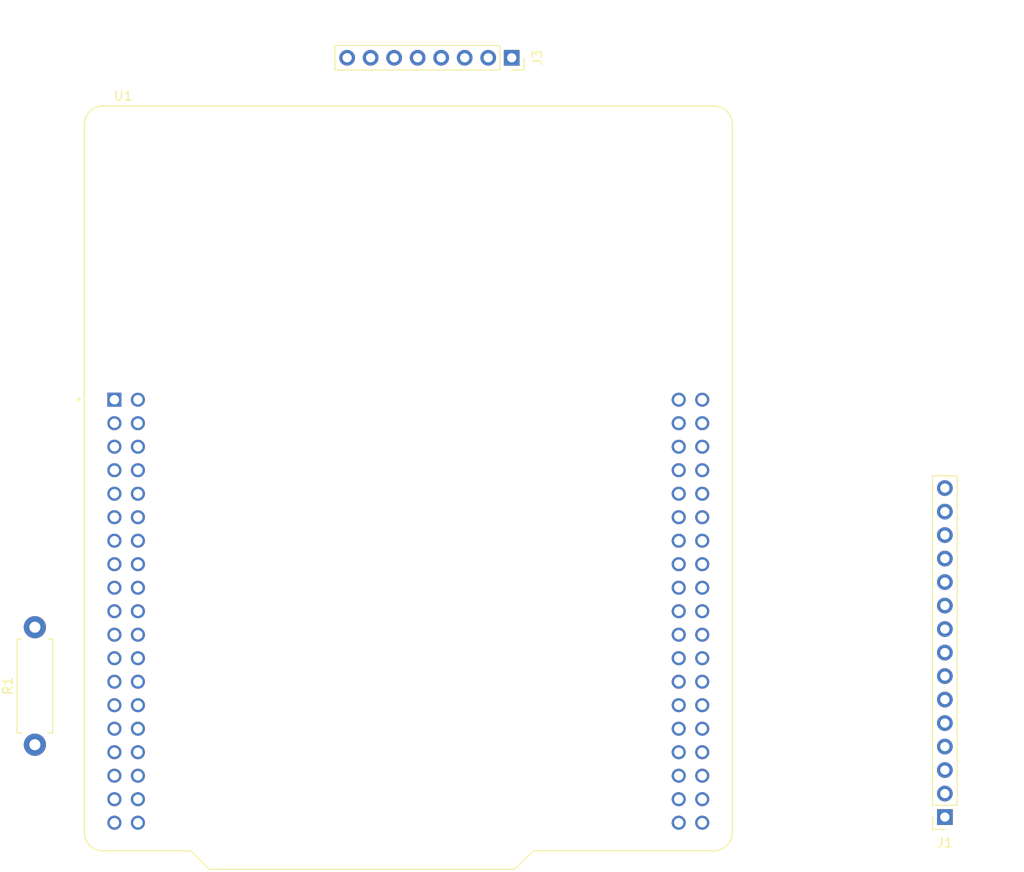
<source format=kicad_pcb>
(kicad_pcb (version 20240108) (generator "pcbnew") (generator_version "8.0")
  (layers (0 "F.Cu" signal) (31 "B.Cu" signal) (34 "B.Paste" user) (35 "F.Paste" user) (36 "B.SilkS" user "B.Silkscreen") (37 "F.SilkS" user "F.Silkscreen") (38 "B.Mask" user) (39 "F.Mask" user) (44 "Edge.Cuts" user))
  (net 0 "")
  (net 1 "GND")
  (net 2 "shutdownButton")
  (net 9 "SPI_MOSI")
  (net 12 "+3V3")
  (net 13 "+5V")
  (net 18 "XEN")
  (net 26 "YDIR")
  (net 28 "VCC")
  (net 29 "XDIR")
  (net 33 "SPI_SCK")
  (net 34 "SPI1_CD")
  (net 36 "YPUL")
  (net 38 "SPI_MISO")
  (net 50 "Laser_PWM")
  (net 56 "YEN")
  (net 57 "XPUL")
  (net 67 "SPI1_CS")
  (footprint "Library:MODULE_NUCLEO-L476RG" (layer "F.Cu") (at 167.29 81.17)
    (property "Reference" "U1" (at -30.7996 -42.339 0) (layer "F.SilkS"))
    (property "Value" "NUCLEO-L476RG")
    (fp_line (start -35 -39.25) (end -35 37.25) (stroke (width 0.127)) (layer "F.SilkS"))
    (fp_line (start -33 -41.25) (end 33 -41.25) (stroke (width 0.127)) (layer "F.SilkS"))
    (fp_line (start -33 39.25) (end -23.5 39.25) (stroke (width 0.127)) (layer "F.SilkS"))
    (fp_line (start -23.5 39.25) (end -21.5 41.25) (stroke (width 0.127)) (layer "F.SilkS"))
    (fp_line (start -21.5 41.25) (end 11.5 41.25) (stroke (width 0.127)) (layer "F.SilkS"))
    (fp_line (start 11.5 41.25) (end 13.5 39.25) (stroke (width 0.127)) (layer "F.SilkS"))
    (fp_line (start 13.5 39.25) (end 33 39.25) (stroke (width 0.127)) (layer "F.SilkS"))
    (fp_line (start 35 37.25) (end 35 -39.25) (stroke (width 0.127)) (layer "F.SilkS"))
    (fp_arc (start -35 -39.25) (mid -34.414214 -40.664214) (end -33 -41.25) (stroke (width 0.127)) (layer "F.SilkS"))
    (fp_arc (start -33 39.25) (mid -34.414214 38.664214) (end -35 37.25) (stroke (width 0.127)) (layer "F.SilkS"))
    (fp_arc (start 33 -41.25) (mid 34.414214 -40.664214) (end 35 -39.25) (stroke (width 0.127)) (layer "F.SilkS"))
    (fp_arc (start 35 37.25) (mid 34.414214 38.664214) (end 33 39.25) (stroke (width 0.127)) (layer "F.SilkS"))
    (fp_circle (center -35.5847 -9.51) (end -35.4847 -9.51) (stroke (width 0.2)) (fill none) (layer "F.SilkS"))
    (pad "" np_thru_hole circle (at -24.13 -13.32) (size 3.2 3.2) (drill 3.2) (layers "*.Cu" "*.Mask"))
    (pad "" np_thru_hole circle (at 8.89 38.75) (size 3.2 3.2) (drill 3.2) (layers "*.Cu" "*.Mask"))
    (pad "" np_thru_hole circle (at 24.13 -12.05) (size 3.2 3.2) (drill 3.2) (layers "*.Cu" "*.Mask"))
    (pad "CN7_1" thru_hole rect (at -31.75 -9.51) (size 1.524 1.524) (drill 1.016) (layers "*.Cu" "*.Mask"))
    (pad "CN7_2" thru_hole circle (at -29.21 -9.51) (size 1.524 1.524) (drill 1.016) (layers "*.Cu" "*.Mask"))
    (pad "CN7_3" thru_hole circle (at -31.75 -6.97) (size 1.524 1.524) (drill 1.016) (layers "*.Cu" "*.Mask"))
    (pad "CN7_4" thru_hole circle (at -29.21 -6.97) (size 1.524 1.524) (drill 1.016) (layers "*.Cu" "*.Mask"))
    (pad "CN7_5" thru_hole circle (at -31.75 -4.43) (size 1.524 1.524) (drill 1.016) (layers "*.Cu" "*.Mask"))
    (pad "CN7_6" thru_hole circle (at -29.21 -4.43) (size 1.524 1.524) (drill 1.016) (layers "*.Cu" "*.Mask"))
    (pad "CN7_7" thru_hole circle (at -31.75 -1.89) (size 1.524 1.524) (drill 1.016) (layers "*.Cu" "*.Mask"))
    (pad "CN7_8" thru_hole circle (at -29.21 -1.89) (size 1.524 1.524) (drill 1.016) (layers "*.Cu" "*.Mask"))
    (pad "CN7_9" thru_hole circle (at -31.75 0.65) (size 1.524 1.524) (drill 1.016) (layers "*.Cu" "*.Mask"))
    (pad "CN7_10" thru_hole circle (at -29.21 0.65) (size 1.524 1.524) (drill 1.016) (layers "*.Cu" "*.Mask"))
    (pad "CN7_11" thru_hole circle (at -31.75 3.19) (size 1.524 1.524) (drill 1.016) (layers "*.Cu" "*.Mask"))
    (pad "CN7_12" thru_hole circle (at -29.21 3.19) (size 1.524 1.524) (drill 1.016) (layers "*.Cu" "*.Mask"))
    (pad "CN7_13" thru_hole circle (at -31.75 5.73) (size 1.524 1.524) (drill 1.016) (layers "*.Cu" "*.Mask"))
    (pad "CN7_14" thru_hole circle (at -29.21 5.73) (size 1.524 1.524) (drill 1.016) (layers "*.Cu" "*.Mask"))
    (pad "CN7_15" thru_hole circle (at -31.75 8.27) (size 1.524 1.524) (drill 1.016) (layers "*.Cu" "*.Mask"))
    (pad "CN7_16" thru_hole circle (at -29.21 8.27) (size 1.524 1.524) (drill 1.016) (layers "*.Cu" "*.Mask") (net 12 "+3V3"))
    (pad "CN7_17" thru_hole circle (at -31.75 10.81) (size 1.524 1.524) (drill 1.016) (layers "*.Cu" "*.Mask"))
    (pad "CN7_18" thru_hole circle (at -29.21 10.81) (size 1.524 1.524) (drill 1.016) (layers "*.Cu" "*.Mask") (net 13 "+5V"))
    (pad "CN7_19" thru_hole circle (at -31.75 13.35) (size 1.524 1.524) (drill 1.016) (layers "*.Cu" "*.Mask"))
    (pad "CN7_20" thru_hole circle (at -29.21 13.35) (size 1.524 1.524) (drill 1.016) (layers "*.Cu" "*.Mask") (net 1 "GND"))
    (pad "CN7_21" thru_hole circle (at -31.75 15.89) (size 1.524 1.524) (drill 1.016) (layers "*.Cu" "*.Mask"))
    (pad "CN7_22" thru_hole circle (at -29.21 15.89) (size 1.524 1.524) (drill 1.016) (layers "*.Cu" "*.Mask") (net 1 "GND"))
    (pad "CN7_23" thru_hole circle (at -31.75 18.43) (size 1.524 1.524) (drill 1.016) (layers "*.Cu" "*.Mask"))
    (pad "CN7_24" thru_hole circle (at -29.21 18.43) (size 1.524 1.524) (drill 1.016) (layers "*.Cu" "*.Mask") (net 28 "VCC"))
    (pad "CN7_25" thru_hole circle (at -31.75 20.97) (size 1.524 1.524) (drill 1.016) (layers "*.Cu" "*.Mask"))
    (pad "CN7_26" thru_hole circle (at -29.21 20.97) (size 1.524 1.524) (drill 1.016) (layers "*.Cu" "*.Mask"))
    (pad "CN7_27" thru_hole circle (at -31.75 23.51) (size 1.524 1.524) (drill 1.016) (layers "*.Cu" "*.Mask"))
    (pad "CN7_28" thru_hole circle (at -29.21 23.51) (size 1.524 1.524) (drill 1.016) (layers "*.Cu" "*.Mask") (net 50 "Laser_PWM"))
    (pad "CN7_29" thru_hole circle (at -31.75 26.05) (size 1.524 1.524) (drill 1.016) (layers "*.Cu" "*.Mask"))
    (pad "CN7_30" thru_hole circle (at -29.21 26.05) (size 1.524 1.524) (drill 1.016) (layers "*.Cu" "*.Mask") (net 2 "shutdownButton"))
    (pad "CN7_31" thru_hole circle (at -31.75 28.59) (size 1.524 1.524) (drill 1.016) (layers "*.Cu" "*.Mask"))
    (pad "CN7_32" thru_hole circle (at -29.21 28.59) (size 1.524 1.524) (drill 1.016) (layers "*.Cu" "*.Mask"))
    (pad "CN7_33" thru_hole circle (at -31.75 31.13) (size 1.524 1.524) (drill 1.016) (layers "*.Cu" "*.Mask"))
    (pad "CN7_34" thru_hole circle (at -29.21 31.13) (size 1.524 1.524) (drill 1.016) (layers "*.Cu" "*.Mask"))
    (pad "CN7_35" thru_hole circle (at -31.75 33.67) (size 1.524 1.524) (drill 1.016) (layers "*.Cu" "*.Mask"))
    (pad "CN7_36" thru_hole circle (at -29.21 33.67) (size 1.524 1.524) (drill 1.016) (layers "*.Cu" "*.Mask"))
    (pad "CN7_37" thru_hole circle (at -31.75 36.21) (size 1.524 1.524) (drill 1.016) (layers "*.Cu" "*.Mask"))
    (pad "CN7_38" thru_hole circle (at -29.21 36.21) (size 1.524 1.524) (drill 1.016) (layers "*.Cu" "*.Mask"))
    (pad "CN10_1" thru_hole circle (at 29.21 -9.51) (size 1.524 1.524) (drill 1.016) (layers "*.Cu" "*.Mask"))
    (pad "CN10_2" thru_hole circle (at 31.75 -9.51) (size 1.524 1.524) (drill 1.016) (layers "*.Cu" "*.Mask"))
    (pad "CN10_3" thru_hole circle (at 29.21 -6.97) (size 1.524 1.524) (drill 1.016) (layers "*.Cu" "*.Mask"))
    (pad "CN10_4" thru_hole circle (at 31.75 -6.97) (size 1.524 1.524) (drill 1.016) (layers "*.Cu" "*.Mask"))
    (pad "CN10_5" thru_hole circle (at 29.21 -4.43) (size 1.524 1.524) (drill 1.016) (layers "*.Cu" "*.Mask"))
    (pad "CN10_6" thru_hole circle (at 31.75 -4.43) (size 1.524 1.524) (drill 1.016) (layers "*.Cu" "*.Mask"))
    (pad "CN10_7" thru_hole circle (at 29.21 -1.89) (size 1.524 1.524) (drill 1.016) (layers "*.Cu" "*.Mask"))
    (pad "CN10_8" thru_hole circle (at 31.75 -1.89) (size 1.524 1.524) (drill 1.016) (layers "*.Cu" "*.Mask"))
    (pad "CN10_9" thru_hole circle (at 29.21 0.65) (size 1.524 1.524) (drill 1.016) (layers "*.Cu" "*.Mask"))
    (pad "CN10_10" thru_hole circle (at 31.75 0.65) (size 1.524 1.524) (drill 1.016) (layers "*.Cu" "*.Mask"))
    (pad "CN10_11" thru_hole circle (at 29.21 3.19) (size 1.524 1.524) (drill 1.016) (layers "*.Cu" "*.Mask") (net 33 "SPI_SCK"))
    (pad "CN10_12" thru_hole circle (at 31.75 3.19) (size 1.524 1.524) (drill 1.016) (layers "*.Cu" "*.Mask"))
    (pad "CN10_13" thru_hole circle (at 29.21 5.73) (size 1.524 1.524) (drill 1.016) (layers "*.Cu" "*.Mask") (net 38 "SPI_MISO"))
    (pad "CN10_14" thru_hole circle (at 31.75 5.73) (size 1.524 1.524) (drill 1.016) (layers "*.Cu" "*.Mask"))
    (pad "CN10_15" thru_hole circle (at 29.21 8.27) (size 1.524 1.524) (drill 1.016) (layers "*.Cu" "*.Mask") (net 9 "SPI_MOSI"))
    (pad "CN10_16" thru_hole circle (at 31.75 8.27) (size 1.524 1.524) (drill 1.016) (layers "*.Cu" "*.Mask"))
    (pad "CN10_17" thru_hole circle (at 29.21 10.81) (size 1.524 1.524) (drill 1.016) (layers "*.Cu" "*.Mask") (net 67 "SPI1_CS"))
    (pad "CN10_18" thru_hole circle (at 31.75 10.81) (size 1.524 1.524) (drill 1.016) (layers "*.Cu" "*.Mask"))
    (pad "CN10_19" thru_hole circle (at 29.21 13.35) (size 1.524 1.524) (drill 1.016) (layers "*.Cu" "*.Mask") (net 34 "SPI1_CD"))
    (pad "CN10_20" thru_hole circle (at 31.75 13.35) (size 1.524 1.524) (drill 1.016) (layers "*.Cu" "*.Mask"))
    (pad "CN10_21" thru_hole circle (at 29.21 15.89) (size 1.524 1.524) (drill 1.016) (layers "*.Cu" "*.Mask") (net 26 "YDIR"))
    (pad "CN10_22" thru_hole circle (at 31.75 15.89) (size 1.524 1.524) (drill 1.016) (layers "*.Cu" "*.Mask"))
    (pad "CN10_23" thru_hole circle (at 29.21 18.43) (size 1.524 1.524) (drill 1.016) (layers "*.Cu" "*.Mask") (net 56 "YEN"))
    (pad "CN10_24" thru_hole circle (at 31.75 18.43) (size 1.524 1.524) (drill 1.016) (layers "*.Cu" "*.Mask"))
    (pad "CN10_25" thru_hole circle (at 29.21 20.97) (size 1.524 1.524) (drill 1.016) (layers "*.Cu" "*.Mask") (net 36 "YPUL"))
    (pad "CN10_26" thru_hole circle (at 31.75 20.97) (size 1.524 1.524) (drill 1.016) (layers "*.Cu" "*.Mask"))
    (pad "CN10_27" thru_hole circle (at 29.21 23.51) (size 1.524 1.524) (drill 1.016) (layers "*.Cu" "*.Mask") (net 29 "XDIR"))
    (pad "CN10_28" thru_hole circle (at 31.75 23.51) (size 1.524 1.524) (drill 1.016) (layers "*.Cu" "*.Mask"))
    (pad "CN10_29" thru_hole circle (at 29.21 26.05) (size 1.524 1.524) (drill 1.016) (layers "*.Cu" "*.Mask") (net 18 "XEN"))
    (pad "CN10_30" thru_hole circle (at 31.75 26.05) (size 1.524 1.524) (drill 1.016) (layers "*.Cu" "*.Mask"))
    (pad "CN10_31" thru_hole circle (at 29.21 28.59) (size 1.524 1.524) (drill 1.016) (layers "*.Cu" "*.Mask"))
    (pad "CN10_32" thru_hole circle (at 31.75 28.59) (size 1.524 1.524) (drill 1.016) (layers "*.Cu" "*.Mask"))
    (pad "CN10_33" thru_hole circle (at 29.21 31.13) (size 1.524 1.524) (drill 1.016) (layers "*.Cu" "*.Mask") (net 57 "XPUL"))
    (pad "CN10_34" thru_hole circle (at 31.75 31.13) (size 1.524 1.524) (drill 1.016) (layers "*.Cu" "*.Mask"))
    (pad "CN10_35" thru_hole circle (at 29.21 33.67) (size 1.524 1.524) (drill 1.016) (layers "*.Cu" "*.Mask"))
    (pad "CN10_36" thru_hole circle (at 31.75 33.67) (size 1.524 1.524) (drill 1.016) (layers "*.Cu" "*.Mask"))
    (pad "CN10_37" thru_hole circle (at 29.21 36.21) (size 1.524 1.524) (drill 1.016) (layers "*.Cu" "*.Mask"))
    (pad "CN10_38" thru_hole circle (at 31.75 36.21) (size 1.524 1.524) (drill 1.016) (layers "*.Cu" "*.Mask"))
  )
  (footprint "Connector_PinSocket_2.54mm:PinSocket_1x08_P2.54mm_Vertical" (layer "F.Cu") (at 178.46 34.7 -90)
    (property "Reference" "J3" (at 0 -2.77 90) (layer "F.SilkS"))
    (property "Value" "Conn_01x08_Pin")
    (fp_line (start -1.33 19.11) (end 1.33 19.11) (stroke (width 0.12)) (layer "F.SilkS"))
    (fp_line (start -1.33 1.27) (end -1.33 19.11) (stroke (width 0.12)) (layer "F.SilkS"))
    (fp_line (start -1.33 1.27) (end 1.33 1.27) (stroke (width 0.12)) (layer "F.SilkS"))
    (fp_line (start 1.33 1.27) (end 1.33 19.11) (stroke (width 0.12)) (layer "F.SilkS"))
    (fp_line (start 0 -1.33) (end 1.33 -1.33) (stroke (width 0.12)) (layer "F.SilkS"))
    (fp_line (start 1.33 -1.33) (end 1.33 0) (stroke (width 0.12)) (layer "F.SilkS"))
    (pad "1" thru_hole rect (at 0 0 270) (size 1.7 1.7) (drill 1) (layers "*.Cu" "*.Mask") (net 34 "SPI1_CD"))
    (pad "2" thru_hole oval (at 0 2.54 270) (size 1.7 1.7) (drill 1) (layers "*.Cu" "*.Mask") (net 67 "SPI1_CS"))
    (pad "3" thru_hole oval (at 0 5.08 270) (size 1.7 1.7) (drill 1) (layers "*.Cu" "*.Mask") (net 9 "SPI_MOSI"))
    (pad "4" thru_hole oval (at 0 7.62 270) (size 1.7 1.7) (drill 1) (layers "*.Cu" "*.Mask") (net 38 "SPI_MISO"))
    (pad "5" thru_hole oval (at 0 10.16 270) (size 1.7 1.7) (drill 1) (layers "*.Cu" "*.Mask") (net 33 "SPI_SCK"))
    (pad "6" thru_hole oval (at 0 12.7 270) (size 1.7 1.7) (drill 1) (layers "*.Cu" "*.Mask") (net 1 "GND"))
    (pad "7" thru_hole oval (at 0 15.24 270) (size 1.7 1.7) (drill 1) (layers "*.Cu" "*.Mask") (net 12 "+3V3"))
    (pad "8" thru_hole oval (at 0 17.78 270) (size 1.7 1.7) (drill 1) (layers "*.Cu" "*.Mask") (net 13 "+5V"))
  )
  (footprint "Connector_PinSocket_2.54mm:PinSocket_1x15_P2.54mm_Vertical" (layer "F.Cu") (at 225.25 116.77 180)
    (property "Reference" "J1" (at 0 -2.77 0) (layer "F.SilkS"))
    (property "Value" "Screw_Terminal_01x15")
    (fp_line (start 1.33 1.27) (end 1.33 36.89) (stroke (width 0.12)) (layer "F.SilkS"))
    (fp_line (start 1.33 -1.33) (end 1.33 0) (stroke (width 0.12)) (layer "F.SilkS"))
    (fp_line (start 0 -1.33) (end 1.33 -1.33) (stroke (width 0.12)) (layer "F.SilkS"))
    (fp_line (start -1.33 36.89) (end 1.33 36.89) (stroke (width 0.12)) (layer "F.SilkS"))
    (fp_line (start -1.33 1.27) (end 1.33 1.27) (stroke (width 0.12)) (layer "F.SilkS"))
    (fp_line (start -1.33 1.27) (end -1.33 36.89) (stroke (width 0.12)) (layer "F.SilkS"))
    (pad "1" thru_hole rect (at 0 0 180) (size 1.7 1.7) (drill 1) (layers "*.Cu" "*.Mask") (net 36 "YPUL"))
    (pad "2" thru_hole oval (at 0 2.54 180) (size 1.7 1.7) (drill 1) (layers "*.Cu" "*.Mask") (net 56 "YEN"))
    (pad "3" thru_hole oval (at 0 5.08 180) (size 1.7 1.7) (drill 1) (layers "*.Cu" "*.Mask") (net 26 "YDIR"))
    (pad "4" thru_hole oval (at 0 7.62 180) (size 1.7 1.7) (drill 1) (layers "*.Cu" "*.Mask") (net 57 "XPUL"))
    (pad "5" thru_hole oval (at 0 10.16 180) (size 1.7 1.7) (drill 1) (layers "*.Cu" "*.Mask") (net 18 "XEN"))
    (pad "6" thru_hole oval (at 0 12.7 180) (size 1.7 1.7) (drill 1) (layers "*.Cu" "*.Mask") (net 29 "XDIR"))
    (pad "7" thru_hole oval (at 0 15.24 180) (size 1.7 1.7) (drill 1) (layers "*.Cu" "*.Mask") (net 50 "Laser_PWM"))
    (pad "8" thru_hole oval (at 0 17.78 180) (size 1.7 1.7) (drill 1) (layers "*.Cu" "*.Mask") (net 2 "shutdownButton"))
    (pad "9" thru_hole oval (at 0 20.32 180) (size 1.7 1.7) (drill 1) (layers "*.Cu" "*.Mask") (net 28 "VCC"))
    (pad "10" thru_hole oval (at 0 22.86 180) (size 1.7 1.7) (drill 1) (layers "*.Cu" "*.Mask") (net 1 "GND"))
    (pad "11" thru_hole oval (at 0 25.4 180) (size 1.7 1.7) (drill 1) (layers "*.Cu" "*.Mask"))
    (pad "12" thru_hole oval (at 0 27.94 180) (size 1.7 1.7) (drill 1) (layers "*.Cu" "*.Mask"))
    (pad "13" thru_hole oval (at 0 30.48 180) (size 1.7 1.7) (drill 1) (layers "*.Cu" "*.Mask"))
    (pad "14" thru_hole oval (at 0 33.02 180) (size 1.7 1.7) (drill 1) (layers "*.Cu" "*.Mask"))
    (pad "15" thru_hole oval (at 0 35.56 180) (size 1.7 1.7) (drill 1) (layers "*.Cu" "*.Mask"))
  )
  (footprint "Resistor_THT:R_Axial_DIN0411_L9.9mm_D3.6mm_P12.70mm_Horizontal" (layer "F.Cu") (at 126.95 108.95 90)
    (property "Reference" "R1" (at 6.35 -2.92 90) (layer "F.SilkS"))
    (property "Value" "100")
    (fp_line (start 11.42 -1.92) (end 11.42 -1.44) (stroke (width 0.12)) (layer "F.SilkS"))
    (fp_line (start 1.28 -1.92) (end 11.42 -1.92) (stroke (width 0.12)) (layer "F.SilkS"))
    (fp_line (start 1.28 -1.44) (end 1.28 -1.92) (stroke (width 0.12)) (layer "F.SilkS"))
    (fp_line (start 1.28 1.44) (end 1.28 1.92) (stroke (width 0.12)) (layer "F.SilkS"))
    (fp_line (start 11.42 1.92) (end 11.42 1.44) (stroke (width 0.12)) (layer "F.SilkS"))
    (fp_line (start 1.28 1.92) (end 11.42 1.92) (stroke (width 0.12)) (layer "F.SilkS"))
    (pad "1" thru_hole circle (at 0 0 90) (size 2.4 2.4) (drill 1.2) (layers "*.Cu" "*.Mask") (net 2 "shutdownButton"))
    (pad "2" thru_hole oval (at 12.7 0 90) (size 2.4 2.4) (drill 1.2) (layers "*.Cu" "*.Mask") (net 1 "GND"))
  )
)
</source>
